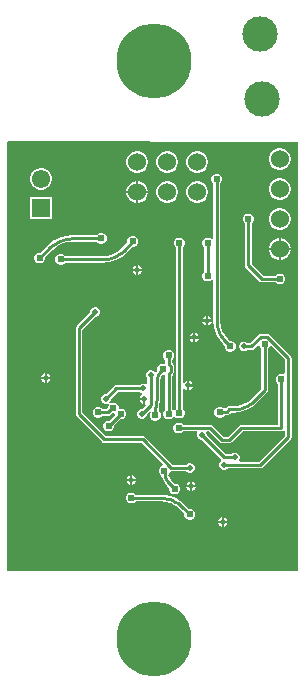
<source format=gbl>
G04*
G04 #@! TF.GenerationSoftware,Altium Limited,Altium Designer,21.7.2 (23)*
G04*
G04 Layer_Physical_Order=2*
G04 Layer_Color=16711680*
%FSLAX25Y25*%
%MOIN*%
G70*
G04*
G04 #@! TF.SameCoordinates,EFE0DB7C-8DF4-417F-AAEE-3D65EF856589*
G04*
G04*
G04 #@! TF.FilePolarity,Positive*
G04*
G01*
G75*
%ADD15C,0.01000*%
%ADD39C,0.11811*%
%ADD40C,0.06102*%
%ADD41R,0.06102X0.06102*%
%ADD46C,0.06000*%
%ADD47C,0.25000*%
%ADD48C,0.02000*%
%ADD49C,0.02400*%
G36*
X212840Y243509D02*
X213927Y243503D01*
X213927Y100500D01*
X117162D01*
Y243642D01*
X117516Y243995D01*
X212840Y243509D01*
D02*
G37*
%LPC*%
G36*
X208474Y241600D02*
X207526D01*
X206610Y241355D01*
X205790Y240881D01*
X205119Y240210D01*
X204645Y239390D01*
X204400Y238474D01*
Y237526D01*
X204645Y236610D01*
X205119Y235790D01*
X205790Y235119D01*
X206610Y234645D01*
X207526Y234400D01*
X208474D01*
X209390Y234645D01*
X210210Y235119D01*
X210881Y235790D01*
X211355Y236610D01*
X211600Y237526D01*
Y238474D01*
X211355Y239390D01*
X210881Y240210D01*
X210210Y240881D01*
X209390Y241355D01*
X208474Y241600D01*
D02*
G37*
G36*
X180974Y240600D02*
X180026D01*
X179110Y240355D01*
X178290Y239881D01*
X177619Y239210D01*
X177145Y238390D01*
X176900Y237474D01*
Y236526D01*
X177145Y235610D01*
X177619Y234790D01*
X178290Y234119D01*
X179110Y233645D01*
X180026Y233400D01*
X180974D01*
X181890Y233645D01*
X182710Y234119D01*
X183381Y234790D01*
X183855Y235610D01*
X184100Y236526D01*
Y237474D01*
X183855Y238390D01*
X183381Y239210D01*
X182710Y239881D01*
X181890Y240355D01*
X180974Y240600D01*
D02*
G37*
G36*
X170974D02*
X170026D01*
X169110Y240355D01*
X168290Y239881D01*
X167619Y239210D01*
X167145Y238390D01*
X166900Y237474D01*
Y236526D01*
X167145Y235610D01*
X167619Y234790D01*
X168290Y234119D01*
X169110Y233645D01*
X170026Y233400D01*
X170974D01*
X171890Y233645D01*
X172710Y234119D01*
X173381Y234790D01*
X173855Y235610D01*
X174100Y236526D01*
Y237474D01*
X173855Y238390D01*
X173381Y239210D01*
X172710Y239881D01*
X171890Y240355D01*
X170974Y240600D01*
D02*
G37*
G36*
X160974D02*
X160026D01*
X159110Y240355D01*
X158290Y239881D01*
X157619Y239210D01*
X157145Y238390D01*
X156900Y237474D01*
Y236526D01*
X157145Y235610D01*
X157619Y234790D01*
X158290Y234119D01*
X159110Y233645D01*
X160026Y233400D01*
X160974D01*
X161890Y233645D01*
X162710Y234119D01*
X163381Y234790D01*
X163855Y235610D01*
X164100Y236526D01*
Y237474D01*
X163855Y238390D01*
X163381Y239210D01*
X162710Y239881D01*
X161890Y240355D01*
X160974Y240600D01*
D02*
G37*
G36*
X128914Y235072D02*
X127952D01*
X127024Y234824D01*
X126191Y234343D01*
X125511Y233663D01*
X125031Y232831D01*
X124782Y231902D01*
Y230941D01*
X125031Y230012D01*
X125511Y229179D01*
X126191Y228500D01*
X127024Y228019D01*
X127952Y227770D01*
X128914D01*
X129842Y228019D01*
X130675Y228500D01*
X131355Y229179D01*
X131835Y230012D01*
X132084Y230941D01*
Y231902D01*
X131835Y232831D01*
X131355Y233663D01*
X130675Y234343D01*
X129842Y234824D01*
X128914Y235072D01*
D02*
G37*
G36*
X160974Y230600D02*
X160900D01*
Y227400D01*
X164100D01*
Y227474D01*
X163855Y228390D01*
X163381Y229210D01*
X162710Y229881D01*
X161890Y230355D01*
X160974Y230600D01*
D02*
G37*
G36*
X160100D02*
X160026D01*
X159110Y230355D01*
X158290Y229881D01*
X157619Y229210D01*
X157145Y228390D01*
X156900Y227474D01*
Y227400D01*
X160100D01*
Y230600D01*
D02*
G37*
G36*
X208474Y231600D02*
X207526D01*
X206610Y231355D01*
X205790Y230881D01*
X205119Y230210D01*
X204645Y229390D01*
X204400Y228474D01*
Y227526D01*
X204645Y226610D01*
X205119Y225790D01*
X205790Y225119D01*
X206610Y224645D01*
X207526Y224400D01*
X208474D01*
X209390Y224645D01*
X210210Y225119D01*
X210881Y225790D01*
X211355Y226610D01*
X211600Y227526D01*
Y228474D01*
X211355Y229390D01*
X210881Y230210D01*
X210210Y230881D01*
X209390Y231355D01*
X208474Y231600D01*
D02*
G37*
G36*
X180974Y230600D02*
X180026D01*
X179110Y230355D01*
X178290Y229881D01*
X177619Y229210D01*
X177145Y228390D01*
X176900Y227474D01*
Y226526D01*
X177145Y225610D01*
X177619Y224790D01*
X178290Y224119D01*
X179110Y223645D01*
X180026Y223400D01*
X180974D01*
X181890Y223645D01*
X182710Y224119D01*
X183381Y224790D01*
X183855Y225610D01*
X184100Y226526D01*
Y227474D01*
X183855Y228390D01*
X183381Y229210D01*
X182710Y229881D01*
X181890Y230355D01*
X180974Y230600D01*
D02*
G37*
G36*
X170974D02*
X170026D01*
X169110Y230355D01*
X168290Y229881D01*
X167619Y229210D01*
X167145Y228390D01*
X166900Y227474D01*
Y226526D01*
X167145Y225610D01*
X167619Y224790D01*
X168290Y224119D01*
X169110Y223645D01*
X170026Y223400D01*
X170974D01*
X171890Y223645D01*
X172710Y224119D01*
X173381Y224790D01*
X173855Y225610D01*
X174100Y226526D01*
Y227474D01*
X173855Y228390D01*
X173381Y229210D01*
X172710Y229881D01*
X171890Y230355D01*
X170974Y230600D01*
D02*
G37*
G36*
X164100Y226600D02*
X160900D01*
Y223400D01*
X160974D01*
X161890Y223645D01*
X162710Y224119D01*
X163381Y224790D01*
X163855Y225610D01*
X164100Y226526D01*
Y226600D01*
D02*
G37*
G36*
X160100D02*
X156900D01*
Y226526D01*
X157145Y225610D01*
X157619Y224790D01*
X158290Y224119D01*
X159110Y223645D01*
X160026Y223400D01*
X160100D01*
Y226600D01*
D02*
G37*
G36*
X132084Y225230D02*
X124782D01*
Y217927D01*
X132084D01*
Y225230D01*
D02*
G37*
G36*
X208474Y221600D02*
X207526D01*
X206610Y221355D01*
X205790Y220881D01*
X205119Y220210D01*
X204645Y219390D01*
X204400Y218474D01*
Y217526D01*
X204645Y216610D01*
X205119Y215790D01*
X205790Y215119D01*
X206610Y214645D01*
X207526Y214400D01*
X208474D01*
X209390Y214645D01*
X210210Y215119D01*
X210881Y215790D01*
X211355Y216610D01*
X211600Y217526D01*
Y218474D01*
X211355Y219390D01*
X210881Y220210D01*
X210210Y220881D01*
X209390Y221355D01*
X208474Y221600D01*
D02*
G37*
G36*
X148858Y213300D02*
X148142D01*
X147480Y213026D01*
X147076Y212621D01*
X138642D01*
Y212634D01*
X136900Y212497D01*
X135201Y212089D01*
X133587Y211421D01*
X132098Y210508D01*
X130769Y209373D01*
X130769Y209373D01*
X130424Y209011D01*
X128214Y206800D01*
X127642D01*
X126980Y206526D01*
X126474Y206020D01*
X126200Y205358D01*
Y204642D01*
X126474Y203980D01*
X126980Y203474D01*
X127642Y203200D01*
X128358D01*
X129020Y203474D01*
X129526Y203980D01*
X129800Y204642D01*
Y205214D01*
X132364Y207778D01*
X132364Y207778D01*
X132732Y208098D01*
X133702Y208894D01*
X135239Y209716D01*
X136907Y210222D01*
X138594Y210388D01*
X138642Y210379D01*
X147076D01*
X147480Y209974D01*
X148142Y209700D01*
X148858D01*
X149520Y209974D01*
X150026Y210480D01*
X150300Y211142D01*
Y211858D01*
X150026Y212520D01*
X149520Y213026D01*
X148858Y213300D01*
D02*
G37*
G36*
X187374Y233100D02*
X186658D01*
X185997Y232826D01*
X185490Y232320D01*
X185216Y231658D01*
Y230942D01*
X185490Y230281D01*
X185895Y229876D01*
Y211337D01*
X185395Y211151D01*
X185020Y211526D01*
X184358Y211800D01*
X183642D01*
X182980Y211526D01*
X182474Y211020D01*
X182200Y210358D01*
Y209642D01*
X182474Y208980D01*
X182878Y208576D01*
Y200424D01*
X182474Y200020D01*
X182200Y199358D01*
Y198642D01*
X182474Y197980D01*
X182980Y197474D01*
X183642Y197200D01*
X184358D01*
X185020Y197474D01*
X185395Y197849D01*
X185895Y197663D01*
Y184126D01*
X185882D01*
X186019Y182384D01*
X186427Y180685D01*
X187095Y179071D01*
X188008Y177581D01*
X189143Y176253D01*
X189152Y176262D01*
X189700Y175714D01*
Y175142D01*
X189974Y174480D01*
X190480Y173974D01*
X191142Y173700D01*
X191858D01*
X192520Y173974D01*
X193026Y174480D01*
X193300Y175142D01*
Y175858D01*
X193026Y176520D01*
X192520Y177026D01*
X191858Y177300D01*
X191286D01*
X190738Y177848D01*
X190697Y177875D01*
X189622Y179185D01*
X188800Y180723D01*
X188294Y182391D01*
X188128Y184078D01*
X188138Y184126D01*
Y229876D01*
X188542Y230281D01*
X188816Y230942D01*
Y231658D01*
X188542Y232320D01*
X188036Y232826D01*
X187374Y233100D01*
D02*
G37*
G36*
X208474Y211600D02*
X208400D01*
Y208400D01*
X211600D01*
Y208474D01*
X211355Y209390D01*
X210881Y210210D01*
X210210Y210881D01*
X209390Y211355D01*
X208474Y211600D01*
D02*
G37*
G36*
X207600D02*
X207526D01*
X206610Y211355D01*
X205790Y210881D01*
X205119Y210210D01*
X204645Y209390D01*
X204400Y208474D01*
Y208400D01*
X207600D01*
Y211600D01*
D02*
G37*
G36*
X159358Y212300D02*
X158642D01*
X157980Y212026D01*
X157474Y211520D01*
X157200Y210858D01*
Y210286D01*
X155136Y208222D01*
X155108Y208181D01*
X153798Y207106D01*
X152261Y206284D01*
X150593Y205778D01*
X148906Y205612D01*
X148858Y205622D01*
X136424D01*
X136020Y206026D01*
X135358Y206300D01*
X134642D01*
X133980Y206026D01*
X133474Y205520D01*
X133200Y204858D01*
Y204142D01*
X133474Y203480D01*
X133980Y202974D01*
X134642Y202700D01*
X135358D01*
X136020Y202974D01*
X136424Y203378D01*
X148858D01*
Y203366D01*
X150600Y203503D01*
X152299Y203911D01*
X153913Y204579D01*
X155402Y205492D01*
X156731Y206627D01*
X156722Y206636D01*
X158786Y208700D01*
X159358D01*
X160020Y208974D01*
X160526Y209480D01*
X160800Y210142D01*
Y210858D01*
X160526Y211520D01*
X160020Y212026D01*
X159358Y212300D01*
D02*
G37*
G36*
X211600Y207600D02*
X208400D01*
Y204400D01*
X208474D01*
X209390Y204645D01*
X210210Y205119D01*
X210881Y205790D01*
X211355Y206610D01*
X211600Y207526D01*
Y207600D01*
D02*
G37*
G36*
X207600D02*
X204400D01*
Y207526D01*
X204645Y206610D01*
X205119Y205790D01*
X205790Y205119D01*
X206610Y204645D01*
X207526Y204400D01*
X207600D01*
Y207600D01*
D02*
G37*
G36*
X160900Y202566D02*
Y201400D01*
X162066D01*
X161856Y201906D01*
X161406Y202356D01*
X160900Y202566D01*
D02*
G37*
G36*
X160100D02*
X159594Y202356D01*
X159144Y201906D01*
X158934Y201400D01*
X160100D01*
Y202566D01*
D02*
G37*
G36*
X162066Y200600D02*
X160900D01*
Y199434D01*
X161406Y199644D01*
X161856Y200094D01*
X162066Y200600D01*
D02*
G37*
G36*
X160100D02*
X158934D01*
X159144Y200094D01*
X159594Y199644D01*
X160100Y199434D01*
Y200600D01*
D02*
G37*
G36*
X197858Y219800D02*
X197142D01*
X196480Y219526D01*
X195974Y219020D01*
X195700Y218358D01*
Y217642D01*
X195974Y216980D01*
X196378Y216576D01*
Y202500D01*
X196378Y202500D01*
X196464Y202071D01*
X196707Y201707D01*
X201207Y197207D01*
X201207Y197207D01*
X201571Y196964D01*
X202000Y196878D01*
X202000Y196878D01*
X206576D01*
X206980Y196474D01*
X207642Y196200D01*
X208358D01*
X209020Y196474D01*
X209526Y196980D01*
X209800Y197642D01*
Y198358D01*
X209526Y199020D01*
X209020Y199526D01*
X208358Y199800D01*
X207642D01*
X206980Y199526D01*
X206576Y199122D01*
X202465D01*
X198622Y202965D01*
Y216576D01*
X199026Y216980D01*
X199300Y217642D01*
Y218358D01*
X199026Y219020D01*
X198520Y219526D01*
X197858Y219800D01*
D02*
G37*
G36*
X184139Y185694D02*
Y184528D01*
X185305D01*
X185095Y185035D01*
X184645Y185485D01*
X184139Y185694D01*
D02*
G37*
G36*
X183339D02*
X182833Y185485D01*
X182383Y185035D01*
X182173Y184528D01*
X183339D01*
Y185694D01*
D02*
G37*
G36*
X185305Y183728D02*
X184139D01*
Y182562D01*
X184645Y182772D01*
X185095Y183222D01*
X185305Y183728D01*
D02*
G37*
G36*
X183339D02*
X182173D01*
X182383Y183222D01*
X182833Y182772D01*
X183339Y182562D01*
Y183728D01*
D02*
G37*
G36*
X203876Y179731D02*
X203876Y179731D01*
X201628D01*
X201628Y179731D01*
X201199Y179646D01*
X200835Y179402D01*
X198054Y176622D01*
X197141D01*
X196906Y176856D01*
X196318Y177100D01*
X195682D01*
X195094Y176856D01*
X194644Y176406D01*
X194400Y175818D01*
Y175182D01*
X194644Y174594D01*
X195094Y174144D01*
X195682Y173900D01*
X196318D01*
X196906Y174144D01*
X197141Y174378D01*
X198519D01*
X198519Y174378D01*
X198948Y174464D01*
X199312Y174707D01*
X200661Y176057D01*
X201164Y175853D01*
X201397Y175290D01*
X201878Y174809D01*
Y161465D01*
X198636Y158222D01*
X198609Y158181D01*
X197299Y157106D01*
X195761Y156284D01*
X194093Y155778D01*
X192406Y155612D01*
X192358Y155622D01*
X191200D01*
X191200Y155622D01*
X190771Y155536D01*
X190407Y155293D01*
X190407Y155293D01*
X190003Y154889D01*
X189156D01*
X189020Y155026D01*
X188358Y155300D01*
X187642D01*
X186980Y155026D01*
X186474Y154520D01*
X186200Y153858D01*
Y153142D01*
X186474Y152480D01*
X186980Y151974D01*
X187642Y151700D01*
X188358D01*
X189020Y151974D01*
X189526Y152480D01*
X189595Y152646D01*
X190468D01*
X190468Y152646D01*
X190897Y152732D01*
X191261Y152975D01*
X191665Y153378D01*
X192358D01*
Y153366D01*
X194100Y153503D01*
X195799Y153911D01*
X197413Y154579D01*
X198902Y155492D01*
X200231Y156627D01*
X200222Y156636D01*
X203793Y160207D01*
X203793Y160207D01*
X204036Y160571D01*
X204122Y161000D01*
X204122Y161000D01*
Y174962D01*
X204449Y175290D01*
X204582Y175610D01*
X205172Y175727D01*
X209679Y171221D01*
Y166501D01*
X209178Y166167D01*
X208858Y166300D01*
X208142D01*
X207480Y166026D01*
X206974Y165520D01*
X206700Y164858D01*
Y164142D01*
X206974Y163480D01*
X207379Y163076D01*
Y149434D01*
X195131D01*
X195131Y149434D01*
X194702Y149349D01*
X194338Y149106D01*
X194338Y149106D01*
X190654Y145422D01*
X189346D01*
X185662Y149106D01*
X185298Y149349D01*
X184869Y149434D01*
X184869Y149434D01*
X175758D01*
X175354Y149838D01*
X174692Y150112D01*
X173976D01*
X173314Y149838D01*
X172808Y149332D01*
X172534Y148670D01*
Y147954D01*
X172808Y147293D01*
X173314Y146786D01*
X173976Y146512D01*
X174692D01*
X175354Y146786D01*
X175758Y147191D01*
X180275D01*
X180554Y146691D01*
X180400Y146318D01*
Y145682D01*
X180644Y145094D01*
X181094Y144644D01*
X181682Y144400D01*
X182014D01*
X188539Y137875D01*
X188557Y137708D01*
X188525Y137327D01*
X188489Y137251D01*
X188144Y136906D01*
X187900Y136318D01*
Y135682D01*
X188144Y135094D01*
X188594Y134644D01*
X189182Y134400D01*
X189818D01*
X190406Y134644D01*
X190641Y134878D01*
X201500D01*
X201500Y134878D01*
X201929Y134964D01*
X202293Y135207D01*
X211593Y144507D01*
X211593Y144507D01*
X211836Y144871D01*
X211922Y145300D01*
X211922Y145300D01*
Y171686D01*
X211836Y172115D01*
X211593Y172479D01*
X211593Y172479D01*
X204669Y179402D01*
X204305Y179646D01*
X203876Y179731D01*
D02*
G37*
G36*
X179900Y180066D02*
Y178900D01*
X181066D01*
X180856Y179406D01*
X180406Y179856D01*
X179900Y180066D01*
D02*
G37*
G36*
X179100D02*
X178594Y179856D01*
X178144Y179406D01*
X177934Y178900D01*
X179100D01*
Y180066D01*
D02*
G37*
G36*
X181066Y178100D02*
X179900D01*
Y176934D01*
X180406Y177144D01*
X180856Y177594D01*
X181066Y178100D01*
D02*
G37*
G36*
X179100D02*
X177934D01*
X178144Y177594D01*
X178594Y177144D01*
X179100Y176934D01*
Y178100D01*
D02*
G37*
G36*
X130400Y166566D02*
Y165400D01*
X131566D01*
X131356Y165906D01*
X130906Y166356D01*
X130400Y166566D01*
D02*
G37*
G36*
X129600D02*
X129094Y166356D01*
X128644Y165906D01*
X128434Y165400D01*
X129600D01*
Y166566D01*
D02*
G37*
G36*
X131566Y164600D02*
X130400D01*
Y163434D01*
X130906Y163644D01*
X131356Y164094D01*
X131566Y164600D01*
D02*
G37*
G36*
X129600D02*
X128434D01*
X128644Y164094D01*
X129094Y163644D01*
X129600Y163434D01*
Y164600D01*
D02*
G37*
G36*
X177900Y164066D02*
Y162900D01*
X179066D01*
X178856Y163406D01*
X178406Y163856D01*
X177900Y164066D01*
D02*
G37*
G36*
X179066Y162100D02*
X177900D01*
Y160934D01*
X178406Y161144D01*
X178856Y161594D01*
X179066Y162100D01*
D02*
G37*
G36*
X162433Y157641D02*
X161266D01*
X161476Y157134D01*
X161926Y156684D01*
X162433Y156474D01*
Y157641D01*
D02*
G37*
G36*
X174858Y211800D02*
X174142D01*
X173480Y211526D01*
X172974Y211020D01*
X172700Y210358D01*
Y209642D01*
X172974Y208980D01*
X173378Y208576D01*
Y154724D01*
X172974Y154320D01*
X172973Y154318D01*
X172484Y154226D01*
X172122Y154563D01*
Y165743D01*
X172125Y165744D01*
X172319Y166084D01*
X172354Y166167D01*
X172702Y167008D01*
X172833Y168000D01*
X172702Y168992D01*
X172354Y169833D01*
X172319Y169916D01*
X172125Y170255D01*
X172122Y170257D01*
Y171076D01*
X172526Y171480D01*
X172800Y172142D01*
Y172858D01*
X172526Y173520D01*
X172020Y174026D01*
X171358Y174300D01*
X170642D01*
X169980Y174026D01*
X169474Y173520D01*
X169200Y172858D01*
Y172142D01*
X169474Y171480D01*
X169878Y171076D01*
Y170161D01*
X169861Y170156D01*
X169880Y170061D01*
X169493Y169744D01*
X169358Y169800D01*
X168642D01*
X167980Y169526D01*
X167474Y169020D01*
X167200Y168358D01*
Y167642D01*
X167210Y167618D01*
X166985Y167344D01*
X166811Y167017D01*
X166244Y167018D01*
X165906Y167356D01*
X165318Y167600D01*
X164682D01*
X164094Y167356D01*
X163644Y166906D01*
X163400Y166318D01*
Y165682D01*
X163644Y165094D01*
X163878Y164859D01*
Y163080D01*
X163378Y162895D01*
X162846Y163116D01*
X162209D01*
X161621Y162872D01*
X161386Y162637D01*
X153516D01*
X153516Y162637D01*
X153086Y162552D01*
X152723Y162309D01*
X150014Y159600D01*
X149682D01*
X149094Y159356D01*
X148644Y158906D01*
X148400Y158318D01*
Y157682D01*
X148644Y157094D01*
X149094Y156644D01*
X149682Y156400D01*
X150318D01*
X150770Y156587D01*
X150906Y156644D01*
X151233Y156279D01*
X151134Y156180D01*
X150974Y156020D01*
X150700Y155358D01*
Y155165D01*
X150157Y154622D01*
X148924D01*
X148520Y155026D01*
X147858Y155300D01*
X147142D01*
X146480Y155026D01*
X145974Y154520D01*
X145700Y153858D01*
Y153142D01*
X145974Y152480D01*
X146480Y151974D01*
X147142Y151700D01*
X147858D01*
X148520Y151974D01*
X148924Y152378D01*
X150621D01*
X150621Y152378D01*
X151050Y152464D01*
X151414Y152707D01*
X151976Y153269D01*
X152142Y153200D01*
X152858D01*
X152909Y153166D01*
X152962Y152548D01*
X151214Y150800D01*
X150642D01*
X149980Y150526D01*
X149474Y150020D01*
X149200Y149358D01*
Y148642D01*
X149474Y147980D01*
X149980Y147474D01*
X150642Y147200D01*
X151358D01*
X152020Y147474D01*
X152526Y147980D01*
X152800Y148642D01*
Y149214D01*
X154786Y151200D01*
X155358D01*
X156020Y151474D01*
X156526Y151980D01*
X156800Y152642D01*
Y153358D01*
X156526Y154020D01*
X156020Y154526D01*
X155358Y154800D01*
X154642D01*
X154300Y155028D01*
Y155358D01*
X154026Y156020D01*
X153520Y156526D01*
X152858Y156800D01*
X152142D01*
X151617Y156582D01*
X151480Y156526D01*
X151153Y156890D01*
X151356Y157094D01*
X151600Y157682D01*
Y158014D01*
X153980Y160394D01*
X161386D01*
X161621Y160159D01*
X162040Y159985D01*
X162063Y159454D01*
X161926Y159397D01*
X161476Y158947D01*
X161266Y158440D01*
X162832D01*
Y158040D01*
X163233D01*
Y156315D01*
X163428Y156014D01*
X162014Y154600D01*
X161682D01*
X161094Y154356D01*
X160644Y153906D01*
X160400Y153318D01*
Y152682D01*
X160644Y152094D01*
X161094Y151644D01*
X161682Y151400D01*
X162318D01*
X162906Y151644D01*
X163356Y152094D01*
X163600Y152682D01*
Y153014D01*
X164581Y153994D01*
X165122Y153829D01*
X165148Y153693D01*
X164974Y153520D01*
X164700Y152858D01*
Y152142D01*
X164974Y151480D01*
X165480Y150974D01*
X166142Y150700D01*
X166858D01*
X167520Y150974D01*
X168026Y151480D01*
X168300Y152142D01*
Y152858D01*
X168026Y153520D01*
X167622Y153924D01*
Y154849D01*
X167636Y154871D01*
X167722Y155300D01*
X167722Y155300D01*
Y156015D01*
X167979Y157087D01*
X168140Y159142D01*
X168122D01*
Y164148D01*
X168140Y164611D01*
X168162Y164663D01*
X168333Y165092D01*
X168865Y166087D01*
X168957Y166200D01*
X169358D01*
X169493Y166256D01*
X169880Y165939D01*
X169861Y165844D01*
X169874Y165844D01*
X169878Y165839D01*
Y154424D01*
X169474Y154020D01*
X169200Y153358D01*
Y152642D01*
X169474Y151980D01*
X169980Y151474D01*
X170642Y151200D01*
X171358D01*
X172020Y151474D01*
X172526Y151980D01*
X172554Y152047D01*
X172597Y152071D01*
X173128Y152127D01*
X173480Y151774D01*
X174142Y151500D01*
X174858D01*
X175520Y151774D01*
X176026Y152280D01*
X176300Y152942D01*
Y153658D01*
X176026Y154320D01*
X175622Y154724D01*
Y161547D01*
X176122Y161647D01*
X176144Y161594D01*
X176594Y161144D01*
X177100Y160934D01*
Y162500D01*
Y164066D01*
X176594Y163856D01*
X176144Y163406D01*
X176122Y163353D01*
X175622Y163453D01*
Y208576D01*
X176026Y208980D01*
X176300Y209642D01*
Y210358D01*
X176026Y211020D01*
X175520Y211526D01*
X174858Y211800D01*
D02*
G37*
G36*
X146818Y188600D02*
X146182D01*
X145594Y188356D01*
X145144Y187906D01*
X144900Y187318D01*
Y186986D01*
X140242Y182328D01*
X139998Y181964D01*
X139913Y181535D01*
X139913Y181535D01*
Y152965D01*
X139913Y152965D01*
X139998Y152536D01*
X140242Y152172D01*
X148707Y143707D01*
X148707Y143707D01*
X149071Y143464D01*
X149500Y143378D01*
X149500Y143378D01*
X161788D01*
X168918Y136249D01*
X168801Y135659D01*
X168480Y135526D01*
X167974Y135020D01*
X167700Y134358D01*
Y133642D01*
X167974Y132980D01*
X168480Y132474D01*
X168551Y132445D01*
X168911Y131256D01*
X169574Y130017D01*
X170466Y128930D01*
X170475Y128939D01*
X170475Y128939D01*
X171200Y128214D01*
Y127642D01*
X171474Y126980D01*
X171980Y126474D01*
X172642Y126200D01*
X173358D01*
X174020Y126474D01*
X174526Y126980D01*
X174800Y127642D01*
Y128358D01*
X174526Y129020D01*
X174020Y129526D01*
X173358Y129800D01*
X172786D01*
X172414Y130172D01*
X172061Y130525D01*
X171757Y130899D01*
X171268Y131536D01*
X170776Y132725D01*
X170775Y132729D01*
X171026Y132980D01*
X171245Y133509D01*
X171300Y133642D01*
X171753Y133878D01*
X171753Y133878D01*
X176859D01*
X177094Y133644D01*
X177682Y133400D01*
X178318D01*
X178906Y133644D01*
X179356Y134094D01*
X179600Y134682D01*
Y135318D01*
X179356Y135906D01*
X178906Y136356D01*
X178318Y136600D01*
X177682D01*
X177094Y136356D01*
X176859Y136122D01*
X172217D01*
X163046Y145293D01*
X162682Y145536D01*
X162253Y145622D01*
X162253Y145622D01*
X149965D01*
X142156Y153430D01*
Y181070D01*
X146486Y185400D01*
X146818D01*
X147406Y185644D01*
X147856Y186094D01*
X148100Y186682D01*
Y187318D01*
X147856Y187906D01*
X147406Y188356D01*
X146818Y188600D01*
D02*
G37*
G36*
X158900Y132566D02*
Y131400D01*
X160066D01*
X159856Y131906D01*
X159406Y132356D01*
X158900Y132566D01*
D02*
G37*
G36*
X158100D02*
X157594Y132356D01*
X157144Y131906D01*
X156934Y131400D01*
X158100D01*
Y132566D01*
D02*
G37*
G36*
X160066Y130600D02*
X158900D01*
Y129434D01*
X159406Y129644D01*
X159856Y130094D01*
X160066Y130600D01*
D02*
G37*
G36*
X158100D02*
X156934D01*
X157144Y130094D01*
X157594Y129644D01*
X158100Y129434D01*
Y130600D01*
D02*
G37*
G36*
X178814Y130473D02*
Y129306D01*
X179980D01*
X179771Y129813D01*
X179321Y130263D01*
X178814Y130473D01*
D02*
G37*
G36*
X178014D02*
X177508Y130263D01*
X177058Y129813D01*
X176848Y129306D01*
X178014D01*
Y130473D01*
D02*
G37*
G36*
X179980Y128507D02*
X178814D01*
Y127340D01*
X179321Y127550D01*
X179771Y128000D01*
X179980Y128507D01*
D02*
G37*
G36*
X178014D02*
X176848D01*
X177058Y128000D01*
X177508Y127550D01*
X178014Y127340D01*
Y128507D01*
D02*
G37*
G36*
X158858Y126800D02*
X158142D01*
X157480Y126526D01*
X156974Y126020D01*
X156700Y125358D01*
Y124642D01*
X156974Y123980D01*
X157480Y123474D01*
X158142Y123200D01*
X158858D01*
X159520Y123474D01*
X159924Y123878D01*
X168358D01*
X168406Y123888D01*
X170093Y123722D01*
X171761Y123216D01*
X173299Y122394D01*
X174609Y121319D01*
X174636Y121278D01*
X176200Y119714D01*
Y119142D01*
X176474Y118480D01*
X176980Y117974D01*
X177642Y117700D01*
X178358D01*
X179020Y117974D01*
X179526Y118480D01*
X179800Y119142D01*
Y119858D01*
X179526Y120520D01*
X179020Y121026D01*
X178358Y121300D01*
X177786D01*
X176222Y122864D01*
X176231Y122873D01*
X174902Y124008D01*
X173413Y124921D01*
X171799Y125589D01*
X170100Y125997D01*
X168358Y126134D01*
Y126122D01*
X159924D01*
X159520Y126526D01*
X158858Y126800D01*
D02*
G37*
G36*
X189400Y118566D02*
Y117400D01*
X190566D01*
X190356Y117906D01*
X189906Y118356D01*
X189400Y118566D01*
D02*
G37*
G36*
X188600D02*
X188094Y118356D01*
X187644Y117906D01*
X187434Y117400D01*
X188600D01*
Y118566D01*
D02*
G37*
G36*
X190566Y116600D02*
X189400D01*
Y115434D01*
X189906Y115644D01*
X190356Y116094D01*
X190566Y116600D01*
D02*
G37*
G36*
X188600D02*
X187434D01*
X187644Y116094D01*
X188094Y115644D01*
X188600Y115434D01*
Y116600D01*
D02*
G37*
%LPD*%
G36*
X209575Y147302D02*
X209679Y147221D01*
Y145765D01*
X201035Y137122D01*
X194591D01*
X194356Y137594D01*
X194600Y138182D01*
Y138818D01*
X194356Y139406D01*
X193906Y139856D01*
X193318Y140100D01*
X192682D01*
X192094Y139856D01*
X191859Y139622D01*
X189965D01*
X183600Y145986D01*
Y146318D01*
X183446Y146691D01*
X183725Y147191D01*
X184405D01*
X188089Y143507D01*
X188089Y143507D01*
X188452Y143264D01*
X188882Y143178D01*
X188882Y143178D01*
X191118D01*
X191118Y143178D01*
X191548Y143264D01*
X191911Y143507D01*
X195595Y147191D01*
X208500D01*
X208929Y147276D01*
X209178Y147443D01*
X209575Y147302D01*
D02*
G37*
D15*
X166600Y156070D02*
X166822Y157081D01*
X166955Y158108D01*
X167000Y159142D01*
X171188Y166418D02*
X171000Y165839D01*
X171188Y166418D02*
X171642Y167441D01*
X171641Y168560D01*
X171187Y169583D01*
X171000Y170161D02*
X171187Y169583D01*
X169000Y168000D02*
X168401Y167335D01*
X167875Y166611D01*
X167428Y165835D01*
X167065Y165018D01*
X167000Y164668D01*
X148858Y204500D02*
X149838Y204548D01*
X150809Y204692D01*
X151761Y204931D01*
X152685Y205261D01*
X153572Y205681D01*
X154414Y206185D01*
X155202Y206770D01*
X155929Y207429D01*
X169500Y134000D02*
X169574Y133056D01*
X169795Y132135D01*
X170158Y131260D01*
X170653Y130452D01*
X171268Y129732D01*
X175429Y122071D02*
X174702Y122730D01*
X173914Y123315D01*
X173072Y123819D01*
X172185Y124239D01*
X171261Y124569D01*
X170309Y124808D01*
X169338Y124952D01*
X168358Y125000D01*
X138642Y211500D02*
X137662Y211452D01*
X136691Y211308D01*
X135739Y211069D01*
X134815Y210739D01*
X133928Y210319D01*
X133086Y209815D01*
X132298Y209230D01*
X131571Y208571D01*
X187016Y184126D02*
X187064Y183146D01*
X187208Y182175D01*
X187447Y181223D01*
X187777Y180299D01*
X188197Y179412D01*
X188701Y178570D01*
X189286Y177782D01*
X189945Y177055D01*
X203000Y176125D02*
X202923Y176309D01*
X192358Y154500D02*
X193338Y154548D01*
X194309Y154692D01*
X195261Y154931D01*
X196185Y155261D01*
X197072Y155681D01*
X197914Y156185D01*
X198702Y156770D01*
X199429Y157429D01*
X166500Y152500D02*
Y155200D01*
X166600Y155300D01*
Y156070D01*
X165000Y156000D02*
Y166000D01*
X162000Y153000D02*
X165000Y156000D01*
X153516Y161516D02*
X162527D01*
X150000Y158000D02*
X153516Y161516D01*
X167000Y159142D02*
Y164668D01*
X171000Y153000D02*
Y165839D01*
Y170161D02*
Y172500D01*
X174500Y153300D02*
Y210000D01*
X189500Y138500D02*
X193000D01*
X182000Y146000D02*
X189500Y138500D01*
X174334Y148312D02*
X184869D01*
X188882Y144300D01*
X184000Y199000D02*
Y210000D01*
X188882Y144300D02*
X191118D01*
X195131Y148312D01*
X147500Y153500D02*
X150621D01*
X152121Y155000D02*
X152500D01*
X150621Y153500D02*
X152121Y155000D01*
X189945Y177055D02*
X191500Y175500D01*
X155929Y207429D02*
X159000Y210500D01*
X135000Y204500D02*
X148858D01*
X162253Y144500D02*
X171753Y135000D01*
X178000D01*
X149500Y144500D02*
X162253D01*
X151000Y149000D02*
X155000Y153000D01*
X141035Y152965D02*
X149500Y144500D01*
X141035Y152965D02*
Y181535D01*
X146500Y187000D01*
X189500Y136000D02*
X201500D01*
X210800Y145300D02*
Y171686D01*
X203876Y178609D02*
X210800Y171686D01*
X201628Y178609D02*
X203876D01*
X198519Y175500D02*
X201628Y178609D01*
X201500Y136000D02*
X210800Y145300D01*
X196000Y175500D02*
X198519D01*
X208500Y148312D02*
Y164500D01*
X195131Y148312D02*
X208500D01*
X138642Y211500D02*
X148500D01*
X197500Y202500D02*
X202000Y198000D01*
X197500Y202500D02*
Y218000D01*
X202000Y198000D02*
X208000D01*
X171268Y129732D02*
X173000Y128000D01*
X175429Y122071D02*
X178000Y119500D01*
X158500Y125000D02*
X168358D01*
X128000Y205000D02*
X131571Y208571D01*
X187016Y184126D02*
Y231300D01*
X203000Y161000D02*
Y176125D01*
X188268Y153768D02*
X190468D01*
X191200Y154500D02*
X192358D01*
X188000Y153500D02*
X188268Y153768D01*
X190468D02*
X191200Y154500D01*
X199429Y157429D02*
X203000Y161000D01*
D39*
X201500Y279500D02*
D03*
X202000Y258000D02*
D03*
D40*
X128433Y231421D02*
D03*
D41*
Y221579D02*
D03*
D46*
X208000Y208000D02*
D03*
Y218000D02*
D03*
Y228000D02*
D03*
Y238000D02*
D03*
X160500Y237000D02*
D03*
X170500D02*
D03*
X180500D02*
D03*
Y227000D02*
D03*
X170500D02*
D03*
X160500D02*
D03*
D47*
X166000Y78000D02*
D03*
Y270500D02*
D03*
D48*
X160500Y201000D02*
D03*
X189000Y117000D02*
D03*
X162832Y158040D02*
D03*
X130000Y165000D02*
D03*
X178414Y128907D02*
D03*
X158500Y131000D02*
D03*
X183739Y184128D02*
D03*
X179500Y178500D02*
D03*
X177500Y162500D02*
D03*
X162000Y153000D02*
D03*
X165000Y166000D02*
D03*
X162527Y161516D02*
D03*
X150000Y158000D02*
D03*
X189500Y136000D02*
D03*
X193000Y138500D02*
D03*
X182000Y146000D02*
D03*
X178000Y135000D02*
D03*
X146500Y187000D02*
D03*
X196000Y175500D02*
D03*
D49*
X169000Y168000D02*
D03*
X171000Y172500D02*
D03*
X147500Y153500D02*
D03*
X152500Y155000D02*
D03*
X155000Y153000D02*
D03*
X148500Y211500D02*
D03*
X197500Y218000D02*
D03*
X208000Y198000D02*
D03*
X208500Y164500D02*
D03*
X174334Y148312D02*
D03*
X171000Y153000D02*
D03*
X166500Y152500D02*
D03*
X174500Y153300D02*
D03*
X173000Y128000D02*
D03*
X169500Y134000D02*
D03*
X128000Y205000D02*
D03*
X187016Y231300D02*
D03*
X184000Y210000D02*
D03*
X191500Y175500D02*
D03*
X174500Y210000D02*
D03*
X202923Y176309D02*
D03*
X188000Y153500D02*
D03*
X151000Y149000D02*
D03*
X184000Y199000D02*
D03*
X159000Y210500D02*
D03*
X135000Y204500D02*
D03*
X178000Y119500D02*
D03*
X158500Y125000D02*
D03*
M02*

</source>
